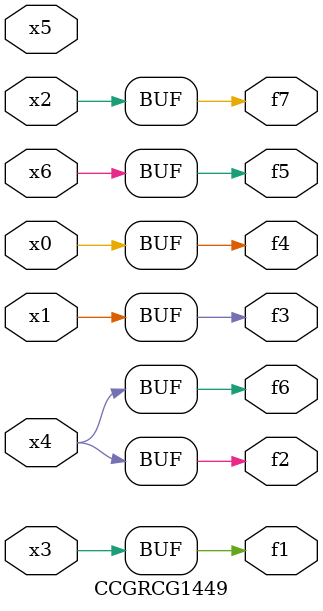
<source format=v>
module CCGRCG1449(
	input x0, x1, x2, x3, x4, x5, x6,
	output f1, f2, f3, f4, f5, f6, f7
);
	assign f1 = x3;
	assign f2 = x4;
	assign f3 = x1;
	assign f4 = x0;
	assign f5 = x6;
	assign f6 = x4;
	assign f7 = x2;
endmodule

</source>
